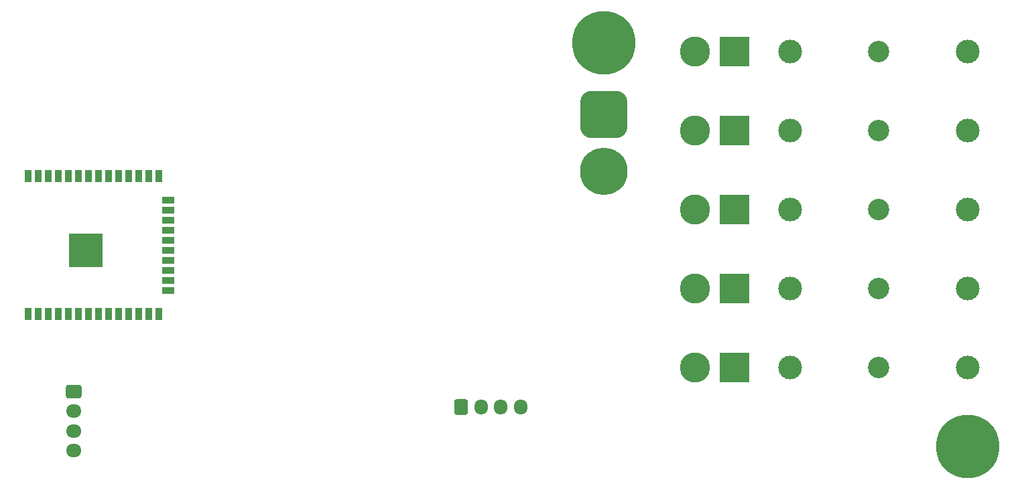
<source format=gbr>
%TF.GenerationSoftware,KiCad,Pcbnew,(6.0.10-0)*%
%TF.CreationDate,2022-12-27T02:05:38+01:00*%
%TF.ProjectId,BMS_PDB,424d535f-5044-4422-9e6b-696361645f70,rev?*%
%TF.SameCoordinates,Original*%
%TF.FileFunction,Soldermask,Top*%
%TF.FilePolarity,Negative*%
%FSLAX46Y46*%
G04 Gerber Fmt 4.6, Leading zero omitted, Abs format (unit mm)*
G04 Created by KiCad (PCBNEW (6.0.10-0)) date 2022-12-27 02:05:38*
%MOMM*%
%LPD*%
G01*
G04 APERTURE LIST*
G04 Aperture macros list*
%AMRoundRect*
0 Rectangle with rounded corners*
0 $1 Rounding radius*
0 $2 $3 $4 $5 $6 $7 $8 $9 X,Y pos of 4 corners*
0 Add a 4 corners polygon primitive as box body*
4,1,4,$2,$3,$4,$5,$6,$7,$8,$9,$2,$3,0*
0 Add four circle primitives for the rounded corners*
1,1,$1+$1,$2,$3*
1,1,$1+$1,$4,$5*
1,1,$1+$1,$6,$7*
1,1,$1+$1,$8,$9*
0 Add four rect primitives between the rounded corners*
20,1,$1+$1,$2,$3,$4,$5,0*
20,1,$1+$1,$4,$5,$6,$7,0*
20,1,$1+$1,$6,$7,$8,$9,0*
20,1,$1+$1,$8,$9,$2,$3,0*%
G04 Aperture macros list end*
%ADD10RoundRect,0.250000X-0.725000X0.600000X-0.725000X-0.600000X0.725000X-0.600000X0.725000X0.600000X0*%
%ADD11O,1.950000X1.700000*%
%ADD12C,2.700000*%
%ADD13C,3.000000*%
%ADD14C,8.000000*%
%ADD15C,4.400000*%
%ADD16RoundRect,0.250000X-0.600000X-0.725000X0.600000X-0.725000X0.600000X0.725000X-0.600000X0.725000X0*%
%ADD17O,1.700000X1.950000*%
%ADD18R,3.800000X3.800000*%
%ADD19C,3.800000*%
%ADD20RoundRect,1.500000X-1.500000X1.500000X-1.500000X-1.500000X1.500000X-1.500000X1.500000X1.500000X0*%
%ADD21C,6.000000*%
%ADD22R,0.900000X1.500000*%
%ADD23R,1.500000X0.900000*%
%ADD24C,0.475000*%
%ADD25R,4.200000X4.200000*%
G04 APERTURE END LIST*
D10*
%TO.C,J9*%
X94000000Y-119000000D03*
D11*
X94000000Y-121500000D03*
X94000000Y-124000000D03*
X94000000Y-126500000D03*
%TD*%
D12*
%TO.C,F2*%
X195750000Y-116000000D03*
D13*
X207000000Y-116000000D03*
X184500000Y-116000000D03*
%TD*%
D14*
%TO.C,J1*%
X207000000Y-126000000D03*
D15*
X207000000Y-126000000D03*
%TD*%
D16*
%TO.C,J10*%
X143000000Y-121000000D03*
D17*
X145500000Y-121000000D03*
X148000000Y-121000000D03*
X150500000Y-121000000D03*
%TD*%
D12*
%TO.C,F3*%
X195750000Y-96000000D03*
D13*
X207000000Y-96000000D03*
X184500000Y-96000000D03*
%TD*%
D18*
%TO.C,J6*%
X177500000Y-86000000D03*
D19*
X172500000Y-86000000D03*
%TD*%
D18*
%TO.C,J4*%
X177500000Y-116000000D03*
D19*
X172500000Y-116000000D03*
%TD*%
D18*
%TO.C,J5*%
X177500000Y-96000000D03*
D19*
X172500000Y-96000000D03*
%TD*%
D20*
%TO.C,J8*%
X161000000Y-84000000D03*
D21*
X161000000Y-91200000D03*
%TD*%
D15*
%TO.C,J2*%
X161000000Y-74930000D03*
D14*
X161000000Y-74930000D03*
%TD*%
D22*
%TO.C,U1*%
X88250000Y-109250000D03*
X89520000Y-109250000D03*
X90790000Y-109250000D03*
X92060000Y-109250000D03*
X93330000Y-109250000D03*
X94600000Y-109250000D03*
X95870000Y-109250000D03*
X97140000Y-109250000D03*
X98410000Y-109250000D03*
X99680000Y-109250000D03*
X100950000Y-109250000D03*
X102220000Y-109250000D03*
X103490000Y-109250000D03*
X104760000Y-109250000D03*
D23*
X106010000Y-106210000D03*
X106010000Y-104940000D03*
X106010000Y-103670000D03*
X106010000Y-102400000D03*
X106010000Y-101130000D03*
X106010000Y-99860000D03*
X106010000Y-98590000D03*
X106010000Y-97320000D03*
X106010000Y-96050000D03*
X106010000Y-94780000D03*
D22*
X104760000Y-91750000D03*
X103490000Y-91750000D03*
X102220000Y-91750000D03*
X100950000Y-91750000D03*
X99680000Y-91750000D03*
X98410000Y-91750000D03*
X97140000Y-91750000D03*
X95870000Y-91750000D03*
X94600000Y-91750000D03*
X93330000Y-91750000D03*
X92060000Y-91750000D03*
X90790000Y-91750000D03*
X89520000Y-91750000D03*
X88250000Y-91750000D03*
D24*
X95590000Y-100417500D03*
X94827500Y-102705000D03*
X96352500Y-99655000D03*
X97115000Y-101942500D03*
X96352500Y-101180000D03*
X94827500Y-99655000D03*
X94065000Y-101942500D03*
X97115000Y-100417500D03*
X94827500Y-101180000D03*
X94065000Y-100417500D03*
X96352500Y-102705000D03*
X95590000Y-101942500D03*
D25*
X95590000Y-101180000D03*
%TD*%
D12*
%TO.C,F1*%
X195750000Y-106000000D03*
D13*
X207000000Y-106000000D03*
X184500000Y-106000000D03*
%TD*%
D12*
%TO.C,F5*%
X195750000Y-76000000D03*
D13*
X207000000Y-76000000D03*
X184500000Y-76000000D03*
%TD*%
D18*
%TO.C,J3*%
X177500000Y-106000000D03*
D19*
X172500000Y-106000000D03*
%TD*%
D12*
%TO.C,F4*%
X195750000Y-86000000D03*
D13*
X207000000Y-86000000D03*
X184500000Y-86000000D03*
%TD*%
D18*
%TO.C,J7*%
X177500000Y-76000000D03*
D19*
X172500000Y-76000000D03*
%TD*%
M02*

</source>
